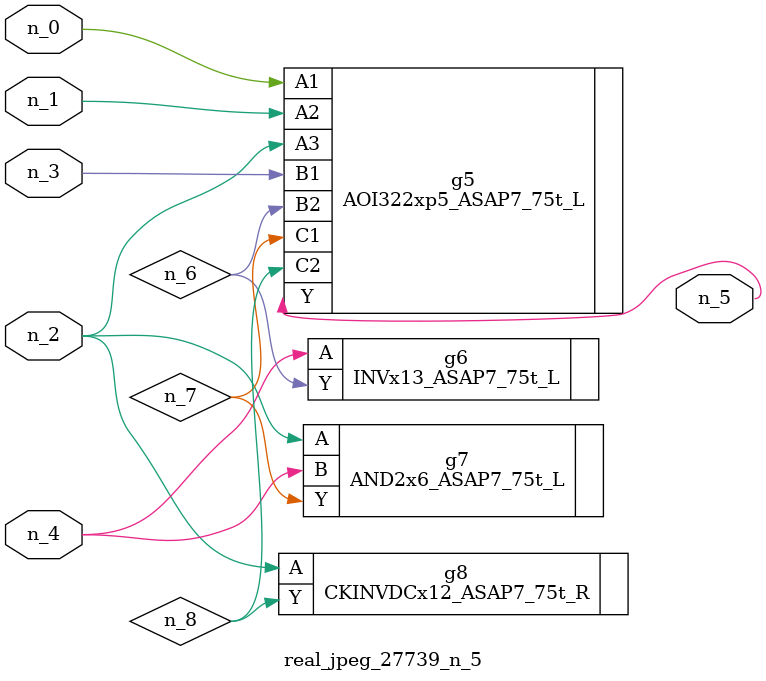
<source format=v>
module real_jpeg_27739_n_5 (n_4, n_0, n_1, n_2, n_3, n_5);

input n_4;
input n_0;
input n_1;
input n_2;
input n_3;

output n_5;

wire n_8;
wire n_6;
wire n_7;

AOI322xp5_ASAP7_75t_L g5 ( 
.A1(n_0),
.A2(n_1),
.A3(n_2),
.B1(n_3),
.B2(n_6),
.C1(n_7),
.C2(n_8),
.Y(n_5)
);

AND2x6_ASAP7_75t_L g7 ( 
.A(n_2),
.B(n_4),
.Y(n_7)
);

CKINVDCx12_ASAP7_75t_R g8 ( 
.A(n_2),
.Y(n_8)
);

INVx13_ASAP7_75t_L g6 ( 
.A(n_4),
.Y(n_6)
);


endmodule
</source>
